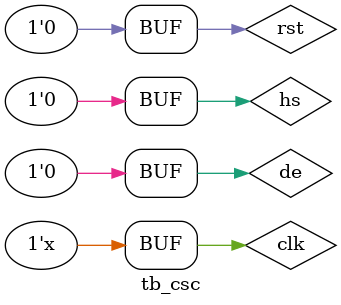
<source format=v>
`timescale 1ns / 1ps


module tb_csc(

    );
reg clk;
always #10 clk = ~clk ;  
 
 reg rst ;
 reg hs ;
 reg de ;
 
 

 
csc  //operates as the max scale
    #(.C_PORT_NUM(2   ),
      .C_BPC     (8        ),
      .C_RGB2YUV_EN (1  ), //control if there is rgb2yuv Module for YUV series
      .C_FIFO_EN (1 ), //control if there is fifo Module for YUV420
      .C_DLY_SRL (3 ) )  // must >= 3
    csc_u  (
    .CLK_I        (clk           ),
    .RST_I        ( rst  ),
    .OSPACE_I     (2), //output color space :  0:RGB , 1:YUV444 , 2:YUV422 , 3:YUV420 
    .VS_I         (0          ), 
    .HS_I         (hs          ),
    .DE_I         (de        ),
    .R_I          (32'hFFFFFFF              ), //exp: RRRR
    .G_I          (32'hFFFFFFF               ), //exp: GGGG
    .B_I          (0              ), //exp: BBBB
    .PIXEL_VS_O   (          ), 
    .PIXEL_HS_O   (          ), 
    .PIXEL_DE_O   (          ), 
    .PIXEL_DATA_O (      ),  //exp: {BGR}{BGR}{BGR}{BGR} ; {VUY}{VUY}{VUY}{VUY} ; {0VY}{0UY}{0VY}{0UY} ; {VYY}{UYY}{VYY}{UYY}        
    .ACTUAL_PORT_NUM_I ( 1 )    
    );


    
initial begin
     de = 0;
     hs= 0 ;
    clk = 0;
    rst = 1;
    #2000;
    rst = 0;
    #2000;
    hs = 1;
    #20;
    hs = 0;
    #400;
    
    de = 1;
    #2000;
    de = 0;






end
    
    
    
endmodule

</source>
